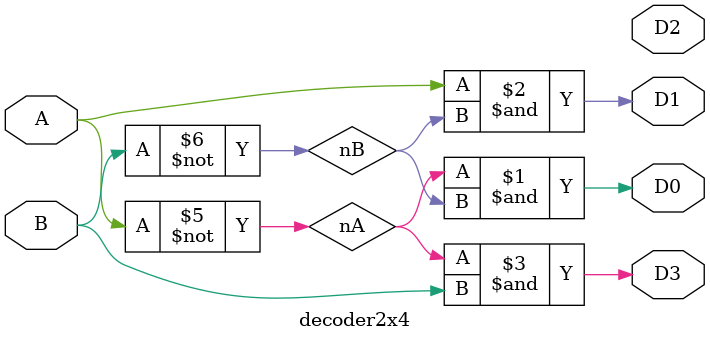
<source format=v>
module decoder2x4(A,B,D0,D1,D2,D3);
input A,B;
output D0,D1,D2,D3;
wire nA,nB;
not n1(nA,A);
not n2(nB,B);
and a1(D0,nA,nB);
and a2(D1,A,nB);
and a3(D3,nA,B);
and a4(D4,A,B);
endmodule
</source>
